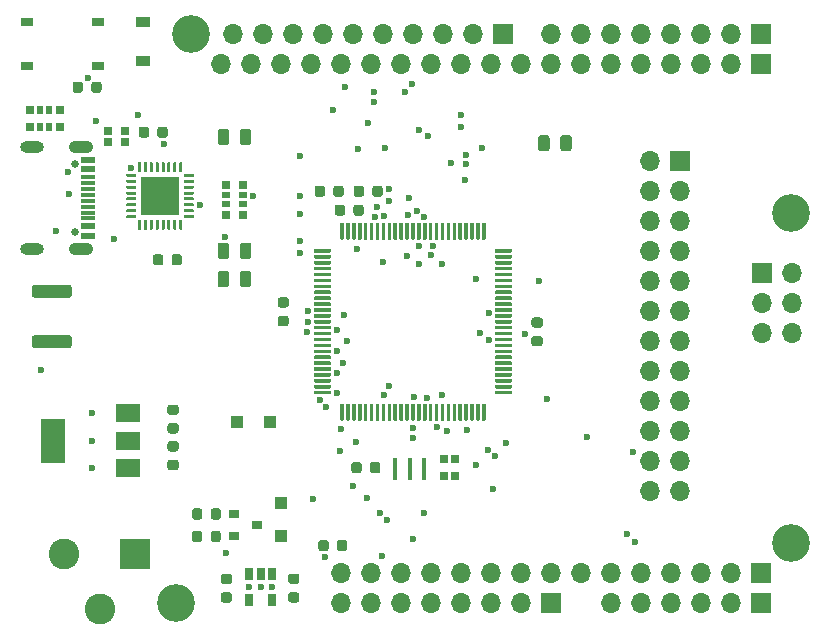
<source format=gts>
G04 #@! TF.GenerationSoftware,KiCad,Pcbnew,(5.1.6)-1*
G04 #@! TF.CreationDate,2020-08-01T00:49:33+09:00*
G04 #@! TF.ProjectId,Meno_R2,4d656e6f-5f52-4322-9e6b-696361645f70,rev?*
G04 #@! TF.SameCoordinates,PX6cf7820PY7a67730*
G04 #@! TF.FileFunction,Soldermask,Top*
G04 #@! TF.FilePolarity,Negative*
%FSLAX46Y46*%
G04 Gerber Fmt 4.6, Leading zero omitted, Abs format (unit mm)*
G04 Created by KiCad (PCBNEW (5.1.6)-1) date 2020-08-01 00:49:33*
%MOMM*%
%LPD*%
G01*
G04 APERTURE LIST*
%ADD10C,2.600000*%
%ADD11R,2.600000X2.600000*%
%ADD12R,0.640000X0.700000*%
%ADD13R,0.500000X0.700000*%
%ADD14R,0.400000X1.900000*%
%ADD15R,1.700000X1.700000*%
%ADD16O,1.700000X1.700000*%
%ADD17R,1.000000X0.700000*%
%ADD18O,2.000000X1.000000*%
%ADD19O,2.100000X1.050000*%
%ADD20C,0.650000*%
%ADD21R,1.150000X0.600000*%
%ADD22R,1.150000X0.300000*%
%ADD23C,3.200000*%
%ADD24R,2.000000X1.500000*%
%ADD25R,2.000000X3.800000*%
%ADD26R,0.700000X0.640000*%
%ADD27R,0.700000X0.500000*%
%ADD28R,3.300000X3.300000*%
%ADD29R,1.200000X0.900000*%
%ADD30R,1.100000X1.100000*%
%ADD31R,0.900000X0.800000*%
%ADD32R,0.650000X1.060000*%
%ADD33C,0.600000*%
G04 APERTURE END LIST*
D10*
X7460000Y2000000D03*
X4460000Y6700000D03*
D11*
X10460000Y6700000D03*
D12*
X4080000Y44280000D03*
D13*
X2410000Y44280000D03*
X3210000Y44280000D03*
D12*
X1540000Y44280000D03*
D13*
X3210000Y42880000D03*
D12*
X4080000Y42880000D03*
D13*
X2410000Y42880000D03*
D12*
X1540000Y42880000D03*
X37570000Y14700000D03*
X36630000Y14700000D03*
X36630000Y13300000D03*
X37570000Y13300000D03*
G36*
G01*
X26550000Y37656250D02*
X26550000Y37143750D01*
G75*
G02*
X26331250Y36925000I-218750J0D01*
G01*
X25893750Y36925000D01*
G75*
G02*
X25675000Y37143750I0J218750D01*
G01*
X25675000Y37656250D01*
G75*
G02*
X25893750Y37875000I218750J0D01*
G01*
X26331250Y37875000D01*
G75*
G02*
X26550000Y37656250I0J-218750D01*
G01*
G37*
G36*
G01*
X28125000Y37656250D02*
X28125000Y37143750D01*
G75*
G02*
X27906250Y36925000I-218750J0D01*
G01*
X27468750Y36925000D01*
G75*
G02*
X27250000Y37143750I0J218750D01*
G01*
X27250000Y37656250D01*
G75*
G02*
X27468750Y37875000I218750J0D01*
G01*
X27906250Y37875000D01*
G75*
G02*
X28125000Y37656250I0J-218750D01*
G01*
G37*
D14*
X32500000Y13900000D03*
X33700000Y13900000D03*
X34900000Y13900000D03*
D15*
X63459000Y5080000D03*
D16*
X60919000Y5080000D03*
X58379000Y5080000D03*
X55839000Y5080000D03*
X53299000Y5080000D03*
X50759000Y5080000D03*
X48219000Y5080000D03*
X45679000Y5080000D03*
X43139000Y5080000D03*
X40599000Y5080000D03*
X38059000Y5080000D03*
X35519000Y5080000D03*
X32979000Y5080000D03*
X30439000Y5080000D03*
X27899000Y5080000D03*
D15*
X63459000Y2535000D03*
D16*
X60919000Y2535000D03*
X58379000Y2535000D03*
X55839000Y2535000D03*
X53299000Y2535000D03*
X50759000Y2535000D03*
X27899000Y2535000D03*
X30439000Y2535000D03*
X32979000Y2535000D03*
X35519000Y2535000D03*
X38059000Y2535000D03*
X40599000Y2535000D03*
X43139000Y2535000D03*
D15*
X45679000Y2535000D03*
X41615000Y50754700D03*
D16*
X39075000Y50754700D03*
X36535000Y50754700D03*
X33995000Y50754700D03*
X31455000Y50754700D03*
X28915000Y50754700D03*
X26375000Y50754700D03*
X23835000Y50754700D03*
X21295000Y50754700D03*
X18755000Y50754700D03*
D15*
X63459000Y50754700D03*
D16*
X60919000Y50754700D03*
X58379000Y50754700D03*
X55839000Y50754700D03*
X53299000Y50754700D03*
X50759000Y50754700D03*
X48219000Y50754700D03*
X45679000Y50754700D03*
D15*
X63459000Y48210000D03*
D16*
X60919000Y48210000D03*
X58379000Y48210000D03*
X55839000Y48210000D03*
X53299000Y48210000D03*
X50759000Y48210000D03*
X48219000Y48210000D03*
X45679000Y48210000D03*
X43139000Y48210000D03*
X40599000Y48210000D03*
X38059000Y48210000D03*
X35519000Y48210000D03*
X32979000Y48210000D03*
X30439000Y48210000D03*
X27899000Y48210000D03*
X25359000Y48210000D03*
X22819000Y48210000D03*
X20279000Y48210000D03*
X17739000Y48210000D03*
D15*
X63585000Y30474700D03*
D16*
X66125000Y30474700D03*
X63585000Y27934700D03*
X66125000Y27934700D03*
X63585000Y25394700D03*
X66125000Y25394700D03*
D15*
X56600000Y40000000D03*
D16*
X54060000Y40000000D03*
X56600000Y37460000D03*
X54060000Y37460000D03*
X56600000Y34920000D03*
X54060000Y34920000D03*
X56600000Y32380000D03*
X54060000Y32380000D03*
X56600000Y29840000D03*
X54060000Y29840000D03*
X56600000Y27300000D03*
X54060000Y27300000D03*
X56600000Y24760000D03*
X54060000Y24760000D03*
X56600000Y22220000D03*
X54060000Y22220000D03*
X56600000Y19680000D03*
X54060000Y19680000D03*
X56600000Y17140000D03*
X54060000Y17140000D03*
X56600000Y14600000D03*
X54060000Y14600000D03*
X56600000Y12060000D03*
X54060000Y12060000D03*
D17*
X1300000Y51700000D03*
X1300000Y48000000D03*
X7300000Y51700000D03*
X7300000Y48000000D03*
G36*
G01*
X25590000Y32275000D02*
X25590000Y32425000D01*
G75*
G02*
X25665000Y32500000I75000J0D01*
G01*
X26990000Y32500000D01*
G75*
G02*
X27065000Y32425000I0J-75000D01*
G01*
X27065000Y32275000D01*
G75*
G02*
X26990000Y32200000I-75000J0D01*
G01*
X25665000Y32200000D01*
G75*
G02*
X25590000Y32275000I0J75000D01*
G01*
G37*
G36*
G01*
X25590000Y31775000D02*
X25590000Y31925000D01*
G75*
G02*
X25665000Y32000000I75000J0D01*
G01*
X26990000Y32000000D01*
G75*
G02*
X27065000Y31925000I0J-75000D01*
G01*
X27065000Y31775000D01*
G75*
G02*
X26990000Y31700000I-75000J0D01*
G01*
X25665000Y31700000D01*
G75*
G02*
X25590000Y31775000I0J75000D01*
G01*
G37*
G36*
G01*
X25590000Y31275000D02*
X25590000Y31425000D01*
G75*
G02*
X25665000Y31500000I75000J0D01*
G01*
X26990000Y31500000D01*
G75*
G02*
X27065000Y31425000I0J-75000D01*
G01*
X27065000Y31275000D01*
G75*
G02*
X26990000Y31200000I-75000J0D01*
G01*
X25665000Y31200000D01*
G75*
G02*
X25590000Y31275000I0J75000D01*
G01*
G37*
G36*
G01*
X25590000Y30775000D02*
X25590000Y30925000D01*
G75*
G02*
X25665000Y31000000I75000J0D01*
G01*
X26990000Y31000000D01*
G75*
G02*
X27065000Y30925000I0J-75000D01*
G01*
X27065000Y30775000D01*
G75*
G02*
X26990000Y30700000I-75000J0D01*
G01*
X25665000Y30700000D01*
G75*
G02*
X25590000Y30775000I0J75000D01*
G01*
G37*
G36*
G01*
X25590000Y30275000D02*
X25590000Y30425000D01*
G75*
G02*
X25665000Y30500000I75000J0D01*
G01*
X26990000Y30500000D01*
G75*
G02*
X27065000Y30425000I0J-75000D01*
G01*
X27065000Y30275000D01*
G75*
G02*
X26990000Y30200000I-75000J0D01*
G01*
X25665000Y30200000D01*
G75*
G02*
X25590000Y30275000I0J75000D01*
G01*
G37*
G36*
G01*
X25590000Y29775000D02*
X25590000Y29925000D01*
G75*
G02*
X25665000Y30000000I75000J0D01*
G01*
X26990000Y30000000D01*
G75*
G02*
X27065000Y29925000I0J-75000D01*
G01*
X27065000Y29775000D01*
G75*
G02*
X26990000Y29700000I-75000J0D01*
G01*
X25665000Y29700000D01*
G75*
G02*
X25590000Y29775000I0J75000D01*
G01*
G37*
G36*
G01*
X25590000Y29275000D02*
X25590000Y29425000D01*
G75*
G02*
X25665000Y29500000I75000J0D01*
G01*
X26990000Y29500000D01*
G75*
G02*
X27065000Y29425000I0J-75000D01*
G01*
X27065000Y29275000D01*
G75*
G02*
X26990000Y29200000I-75000J0D01*
G01*
X25665000Y29200000D01*
G75*
G02*
X25590000Y29275000I0J75000D01*
G01*
G37*
G36*
G01*
X25590000Y28775000D02*
X25590000Y28925000D01*
G75*
G02*
X25665000Y29000000I75000J0D01*
G01*
X26990000Y29000000D01*
G75*
G02*
X27065000Y28925000I0J-75000D01*
G01*
X27065000Y28775000D01*
G75*
G02*
X26990000Y28700000I-75000J0D01*
G01*
X25665000Y28700000D01*
G75*
G02*
X25590000Y28775000I0J75000D01*
G01*
G37*
G36*
G01*
X25590000Y28275000D02*
X25590000Y28425000D01*
G75*
G02*
X25665000Y28500000I75000J0D01*
G01*
X26990000Y28500000D01*
G75*
G02*
X27065000Y28425000I0J-75000D01*
G01*
X27065000Y28275000D01*
G75*
G02*
X26990000Y28200000I-75000J0D01*
G01*
X25665000Y28200000D01*
G75*
G02*
X25590000Y28275000I0J75000D01*
G01*
G37*
G36*
G01*
X25590000Y27775000D02*
X25590000Y27925000D01*
G75*
G02*
X25665000Y28000000I75000J0D01*
G01*
X26990000Y28000000D01*
G75*
G02*
X27065000Y27925000I0J-75000D01*
G01*
X27065000Y27775000D01*
G75*
G02*
X26990000Y27700000I-75000J0D01*
G01*
X25665000Y27700000D01*
G75*
G02*
X25590000Y27775000I0J75000D01*
G01*
G37*
G36*
G01*
X25590000Y27275000D02*
X25590000Y27425000D01*
G75*
G02*
X25665000Y27500000I75000J0D01*
G01*
X26990000Y27500000D01*
G75*
G02*
X27065000Y27425000I0J-75000D01*
G01*
X27065000Y27275000D01*
G75*
G02*
X26990000Y27200000I-75000J0D01*
G01*
X25665000Y27200000D01*
G75*
G02*
X25590000Y27275000I0J75000D01*
G01*
G37*
G36*
G01*
X25590000Y26775000D02*
X25590000Y26925000D01*
G75*
G02*
X25665000Y27000000I75000J0D01*
G01*
X26990000Y27000000D01*
G75*
G02*
X27065000Y26925000I0J-75000D01*
G01*
X27065000Y26775000D01*
G75*
G02*
X26990000Y26700000I-75000J0D01*
G01*
X25665000Y26700000D01*
G75*
G02*
X25590000Y26775000I0J75000D01*
G01*
G37*
G36*
G01*
X25590000Y26275000D02*
X25590000Y26425000D01*
G75*
G02*
X25665000Y26500000I75000J0D01*
G01*
X26990000Y26500000D01*
G75*
G02*
X27065000Y26425000I0J-75000D01*
G01*
X27065000Y26275000D01*
G75*
G02*
X26990000Y26200000I-75000J0D01*
G01*
X25665000Y26200000D01*
G75*
G02*
X25590000Y26275000I0J75000D01*
G01*
G37*
G36*
G01*
X25590000Y25775000D02*
X25590000Y25925000D01*
G75*
G02*
X25665000Y26000000I75000J0D01*
G01*
X26990000Y26000000D01*
G75*
G02*
X27065000Y25925000I0J-75000D01*
G01*
X27065000Y25775000D01*
G75*
G02*
X26990000Y25700000I-75000J0D01*
G01*
X25665000Y25700000D01*
G75*
G02*
X25590000Y25775000I0J75000D01*
G01*
G37*
G36*
G01*
X25590000Y25275000D02*
X25590000Y25425000D01*
G75*
G02*
X25665000Y25500000I75000J0D01*
G01*
X26990000Y25500000D01*
G75*
G02*
X27065000Y25425000I0J-75000D01*
G01*
X27065000Y25275000D01*
G75*
G02*
X26990000Y25200000I-75000J0D01*
G01*
X25665000Y25200000D01*
G75*
G02*
X25590000Y25275000I0J75000D01*
G01*
G37*
G36*
G01*
X25590000Y24775000D02*
X25590000Y24925000D01*
G75*
G02*
X25665000Y25000000I75000J0D01*
G01*
X26990000Y25000000D01*
G75*
G02*
X27065000Y24925000I0J-75000D01*
G01*
X27065000Y24775000D01*
G75*
G02*
X26990000Y24700000I-75000J0D01*
G01*
X25665000Y24700000D01*
G75*
G02*
X25590000Y24775000I0J75000D01*
G01*
G37*
G36*
G01*
X25590000Y24275000D02*
X25590000Y24425000D01*
G75*
G02*
X25665000Y24500000I75000J0D01*
G01*
X26990000Y24500000D01*
G75*
G02*
X27065000Y24425000I0J-75000D01*
G01*
X27065000Y24275000D01*
G75*
G02*
X26990000Y24200000I-75000J0D01*
G01*
X25665000Y24200000D01*
G75*
G02*
X25590000Y24275000I0J75000D01*
G01*
G37*
G36*
G01*
X25590000Y23775000D02*
X25590000Y23925000D01*
G75*
G02*
X25665000Y24000000I75000J0D01*
G01*
X26990000Y24000000D01*
G75*
G02*
X27065000Y23925000I0J-75000D01*
G01*
X27065000Y23775000D01*
G75*
G02*
X26990000Y23700000I-75000J0D01*
G01*
X25665000Y23700000D01*
G75*
G02*
X25590000Y23775000I0J75000D01*
G01*
G37*
G36*
G01*
X25590000Y23275000D02*
X25590000Y23425000D01*
G75*
G02*
X25665000Y23500000I75000J0D01*
G01*
X26990000Y23500000D01*
G75*
G02*
X27065000Y23425000I0J-75000D01*
G01*
X27065000Y23275000D01*
G75*
G02*
X26990000Y23200000I-75000J0D01*
G01*
X25665000Y23200000D01*
G75*
G02*
X25590000Y23275000I0J75000D01*
G01*
G37*
G36*
G01*
X25590000Y22775000D02*
X25590000Y22925000D01*
G75*
G02*
X25665000Y23000000I75000J0D01*
G01*
X26990000Y23000000D01*
G75*
G02*
X27065000Y22925000I0J-75000D01*
G01*
X27065000Y22775000D01*
G75*
G02*
X26990000Y22700000I-75000J0D01*
G01*
X25665000Y22700000D01*
G75*
G02*
X25590000Y22775000I0J75000D01*
G01*
G37*
G36*
G01*
X25590000Y22275000D02*
X25590000Y22425000D01*
G75*
G02*
X25665000Y22500000I75000J0D01*
G01*
X26990000Y22500000D01*
G75*
G02*
X27065000Y22425000I0J-75000D01*
G01*
X27065000Y22275000D01*
G75*
G02*
X26990000Y22200000I-75000J0D01*
G01*
X25665000Y22200000D01*
G75*
G02*
X25590000Y22275000I0J75000D01*
G01*
G37*
G36*
G01*
X25590000Y21775000D02*
X25590000Y21925000D01*
G75*
G02*
X25665000Y22000000I75000J0D01*
G01*
X26990000Y22000000D01*
G75*
G02*
X27065000Y21925000I0J-75000D01*
G01*
X27065000Y21775000D01*
G75*
G02*
X26990000Y21700000I-75000J0D01*
G01*
X25665000Y21700000D01*
G75*
G02*
X25590000Y21775000I0J75000D01*
G01*
G37*
G36*
G01*
X25590000Y21275000D02*
X25590000Y21425000D01*
G75*
G02*
X25665000Y21500000I75000J0D01*
G01*
X26990000Y21500000D01*
G75*
G02*
X27065000Y21425000I0J-75000D01*
G01*
X27065000Y21275000D01*
G75*
G02*
X26990000Y21200000I-75000J0D01*
G01*
X25665000Y21200000D01*
G75*
G02*
X25590000Y21275000I0J75000D01*
G01*
G37*
G36*
G01*
X25590000Y20775000D02*
X25590000Y20925000D01*
G75*
G02*
X25665000Y21000000I75000J0D01*
G01*
X26990000Y21000000D01*
G75*
G02*
X27065000Y20925000I0J-75000D01*
G01*
X27065000Y20775000D01*
G75*
G02*
X26990000Y20700000I-75000J0D01*
G01*
X25665000Y20700000D01*
G75*
G02*
X25590000Y20775000I0J75000D01*
G01*
G37*
G36*
G01*
X25590000Y20275000D02*
X25590000Y20425000D01*
G75*
G02*
X25665000Y20500000I75000J0D01*
G01*
X26990000Y20500000D01*
G75*
G02*
X27065000Y20425000I0J-75000D01*
G01*
X27065000Y20275000D01*
G75*
G02*
X26990000Y20200000I-75000J0D01*
G01*
X25665000Y20200000D01*
G75*
G02*
X25590000Y20275000I0J75000D01*
G01*
G37*
G36*
G01*
X27840000Y18025000D02*
X27840000Y19350000D01*
G75*
G02*
X27915000Y19425000I75000J0D01*
G01*
X28065000Y19425000D01*
G75*
G02*
X28140000Y19350000I0J-75000D01*
G01*
X28140000Y18025000D01*
G75*
G02*
X28065000Y17950000I-75000J0D01*
G01*
X27915000Y17950000D01*
G75*
G02*
X27840000Y18025000I0J75000D01*
G01*
G37*
G36*
G01*
X28340000Y18025000D02*
X28340000Y19350000D01*
G75*
G02*
X28415000Y19425000I75000J0D01*
G01*
X28565000Y19425000D01*
G75*
G02*
X28640000Y19350000I0J-75000D01*
G01*
X28640000Y18025000D01*
G75*
G02*
X28565000Y17950000I-75000J0D01*
G01*
X28415000Y17950000D01*
G75*
G02*
X28340000Y18025000I0J75000D01*
G01*
G37*
G36*
G01*
X28840000Y18025000D02*
X28840000Y19350000D01*
G75*
G02*
X28915000Y19425000I75000J0D01*
G01*
X29065000Y19425000D01*
G75*
G02*
X29140000Y19350000I0J-75000D01*
G01*
X29140000Y18025000D01*
G75*
G02*
X29065000Y17950000I-75000J0D01*
G01*
X28915000Y17950000D01*
G75*
G02*
X28840000Y18025000I0J75000D01*
G01*
G37*
G36*
G01*
X29340000Y18025000D02*
X29340000Y19350000D01*
G75*
G02*
X29415000Y19425000I75000J0D01*
G01*
X29565000Y19425000D01*
G75*
G02*
X29640000Y19350000I0J-75000D01*
G01*
X29640000Y18025000D01*
G75*
G02*
X29565000Y17950000I-75000J0D01*
G01*
X29415000Y17950000D01*
G75*
G02*
X29340000Y18025000I0J75000D01*
G01*
G37*
G36*
G01*
X29840000Y18025000D02*
X29840000Y19350000D01*
G75*
G02*
X29915000Y19425000I75000J0D01*
G01*
X30065000Y19425000D01*
G75*
G02*
X30140000Y19350000I0J-75000D01*
G01*
X30140000Y18025000D01*
G75*
G02*
X30065000Y17950000I-75000J0D01*
G01*
X29915000Y17950000D01*
G75*
G02*
X29840000Y18025000I0J75000D01*
G01*
G37*
G36*
G01*
X30340000Y18025000D02*
X30340000Y19350000D01*
G75*
G02*
X30415000Y19425000I75000J0D01*
G01*
X30565000Y19425000D01*
G75*
G02*
X30640000Y19350000I0J-75000D01*
G01*
X30640000Y18025000D01*
G75*
G02*
X30565000Y17950000I-75000J0D01*
G01*
X30415000Y17950000D01*
G75*
G02*
X30340000Y18025000I0J75000D01*
G01*
G37*
G36*
G01*
X30840000Y18025000D02*
X30840000Y19350000D01*
G75*
G02*
X30915000Y19425000I75000J0D01*
G01*
X31065000Y19425000D01*
G75*
G02*
X31140000Y19350000I0J-75000D01*
G01*
X31140000Y18025000D01*
G75*
G02*
X31065000Y17950000I-75000J0D01*
G01*
X30915000Y17950000D01*
G75*
G02*
X30840000Y18025000I0J75000D01*
G01*
G37*
G36*
G01*
X31340000Y18025000D02*
X31340000Y19350000D01*
G75*
G02*
X31415000Y19425000I75000J0D01*
G01*
X31565000Y19425000D01*
G75*
G02*
X31640000Y19350000I0J-75000D01*
G01*
X31640000Y18025000D01*
G75*
G02*
X31565000Y17950000I-75000J0D01*
G01*
X31415000Y17950000D01*
G75*
G02*
X31340000Y18025000I0J75000D01*
G01*
G37*
G36*
G01*
X31840000Y18025000D02*
X31840000Y19350000D01*
G75*
G02*
X31915000Y19425000I75000J0D01*
G01*
X32065000Y19425000D01*
G75*
G02*
X32140000Y19350000I0J-75000D01*
G01*
X32140000Y18025000D01*
G75*
G02*
X32065000Y17950000I-75000J0D01*
G01*
X31915000Y17950000D01*
G75*
G02*
X31840000Y18025000I0J75000D01*
G01*
G37*
G36*
G01*
X32340000Y18025000D02*
X32340000Y19350000D01*
G75*
G02*
X32415000Y19425000I75000J0D01*
G01*
X32565000Y19425000D01*
G75*
G02*
X32640000Y19350000I0J-75000D01*
G01*
X32640000Y18025000D01*
G75*
G02*
X32565000Y17950000I-75000J0D01*
G01*
X32415000Y17950000D01*
G75*
G02*
X32340000Y18025000I0J75000D01*
G01*
G37*
G36*
G01*
X32840000Y18025000D02*
X32840000Y19350000D01*
G75*
G02*
X32915000Y19425000I75000J0D01*
G01*
X33065000Y19425000D01*
G75*
G02*
X33140000Y19350000I0J-75000D01*
G01*
X33140000Y18025000D01*
G75*
G02*
X33065000Y17950000I-75000J0D01*
G01*
X32915000Y17950000D01*
G75*
G02*
X32840000Y18025000I0J75000D01*
G01*
G37*
G36*
G01*
X33340000Y18025000D02*
X33340000Y19350000D01*
G75*
G02*
X33415000Y19425000I75000J0D01*
G01*
X33565000Y19425000D01*
G75*
G02*
X33640000Y19350000I0J-75000D01*
G01*
X33640000Y18025000D01*
G75*
G02*
X33565000Y17950000I-75000J0D01*
G01*
X33415000Y17950000D01*
G75*
G02*
X33340000Y18025000I0J75000D01*
G01*
G37*
G36*
G01*
X33840000Y18025000D02*
X33840000Y19350000D01*
G75*
G02*
X33915000Y19425000I75000J0D01*
G01*
X34065000Y19425000D01*
G75*
G02*
X34140000Y19350000I0J-75000D01*
G01*
X34140000Y18025000D01*
G75*
G02*
X34065000Y17950000I-75000J0D01*
G01*
X33915000Y17950000D01*
G75*
G02*
X33840000Y18025000I0J75000D01*
G01*
G37*
G36*
G01*
X34340000Y18025000D02*
X34340000Y19350000D01*
G75*
G02*
X34415000Y19425000I75000J0D01*
G01*
X34565000Y19425000D01*
G75*
G02*
X34640000Y19350000I0J-75000D01*
G01*
X34640000Y18025000D01*
G75*
G02*
X34565000Y17950000I-75000J0D01*
G01*
X34415000Y17950000D01*
G75*
G02*
X34340000Y18025000I0J75000D01*
G01*
G37*
G36*
G01*
X34840000Y18025000D02*
X34840000Y19350000D01*
G75*
G02*
X34915000Y19425000I75000J0D01*
G01*
X35065000Y19425000D01*
G75*
G02*
X35140000Y19350000I0J-75000D01*
G01*
X35140000Y18025000D01*
G75*
G02*
X35065000Y17950000I-75000J0D01*
G01*
X34915000Y17950000D01*
G75*
G02*
X34840000Y18025000I0J75000D01*
G01*
G37*
G36*
G01*
X35340000Y18025000D02*
X35340000Y19350000D01*
G75*
G02*
X35415000Y19425000I75000J0D01*
G01*
X35565000Y19425000D01*
G75*
G02*
X35640000Y19350000I0J-75000D01*
G01*
X35640000Y18025000D01*
G75*
G02*
X35565000Y17950000I-75000J0D01*
G01*
X35415000Y17950000D01*
G75*
G02*
X35340000Y18025000I0J75000D01*
G01*
G37*
G36*
G01*
X35840000Y18025000D02*
X35840000Y19350000D01*
G75*
G02*
X35915000Y19425000I75000J0D01*
G01*
X36065000Y19425000D01*
G75*
G02*
X36140000Y19350000I0J-75000D01*
G01*
X36140000Y18025000D01*
G75*
G02*
X36065000Y17950000I-75000J0D01*
G01*
X35915000Y17950000D01*
G75*
G02*
X35840000Y18025000I0J75000D01*
G01*
G37*
G36*
G01*
X36340000Y18025000D02*
X36340000Y19350000D01*
G75*
G02*
X36415000Y19425000I75000J0D01*
G01*
X36565000Y19425000D01*
G75*
G02*
X36640000Y19350000I0J-75000D01*
G01*
X36640000Y18025000D01*
G75*
G02*
X36565000Y17950000I-75000J0D01*
G01*
X36415000Y17950000D01*
G75*
G02*
X36340000Y18025000I0J75000D01*
G01*
G37*
G36*
G01*
X36840000Y18025000D02*
X36840000Y19350000D01*
G75*
G02*
X36915000Y19425000I75000J0D01*
G01*
X37065000Y19425000D01*
G75*
G02*
X37140000Y19350000I0J-75000D01*
G01*
X37140000Y18025000D01*
G75*
G02*
X37065000Y17950000I-75000J0D01*
G01*
X36915000Y17950000D01*
G75*
G02*
X36840000Y18025000I0J75000D01*
G01*
G37*
G36*
G01*
X37340000Y18025000D02*
X37340000Y19350000D01*
G75*
G02*
X37415000Y19425000I75000J0D01*
G01*
X37565000Y19425000D01*
G75*
G02*
X37640000Y19350000I0J-75000D01*
G01*
X37640000Y18025000D01*
G75*
G02*
X37565000Y17950000I-75000J0D01*
G01*
X37415000Y17950000D01*
G75*
G02*
X37340000Y18025000I0J75000D01*
G01*
G37*
G36*
G01*
X37840000Y18025000D02*
X37840000Y19350000D01*
G75*
G02*
X37915000Y19425000I75000J0D01*
G01*
X38065000Y19425000D01*
G75*
G02*
X38140000Y19350000I0J-75000D01*
G01*
X38140000Y18025000D01*
G75*
G02*
X38065000Y17950000I-75000J0D01*
G01*
X37915000Y17950000D01*
G75*
G02*
X37840000Y18025000I0J75000D01*
G01*
G37*
G36*
G01*
X38340000Y18025000D02*
X38340000Y19350000D01*
G75*
G02*
X38415000Y19425000I75000J0D01*
G01*
X38565000Y19425000D01*
G75*
G02*
X38640000Y19350000I0J-75000D01*
G01*
X38640000Y18025000D01*
G75*
G02*
X38565000Y17950000I-75000J0D01*
G01*
X38415000Y17950000D01*
G75*
G02*
X38340000Y18025000I0J75000D01*
G01*
G37*
G36*
G01*
X38840000Y18025000D02*
X38840000Y19350000D01*
G75*
G02*
X38915000Y19425000I75000J0D01*
G01*
X39065000Y19425000D01*
G75*
G02*
X39140000Y19350000I0J-75000D01*
G01*
X39140000Y18025000D01*
G75*
G02*
X39065000Y17950000I-75000J0D01*
G01*
X38915000Y17950000D01*
G75*
G02*
X38840000Y18025000I0J75000D01*
G01*
G37*
G36*
G01*
X39340000Y18025000D02*
X39340000Y19350000D01*
G75*
G02*
X39415000Y19425000I75000J0D01*
G01*
X39565000Y19425000D01*
G75*
G02*
X39640000Y19350000I0J-75000D01*
G01*
X39640000Y18025000D01*
G75*
G02*
X39565000Y17950000I-75000J0D01*
G01*
X39415000Y17950000D01*
G75*
G02*
X39340000Y18025000I0J75000D01*
G01*
G37*
G36*
G01*
X39840000Y18025000D02*
X39840000Y19350000D01*
G75*
G02*
X39915000Y19425000I75000J0D01*
G01*
X40065000Y19425000D01*
G75*
G02*
X40140000Y19350000I0J-75000D01*
G01*
X40140000Y18025000D01*
G75*
G02*
X40065000Y17950000I-75000J0D01*
G01*
X39915000Y17950000D01*
G75*
G02*
X39840000Y18025000I0J75000D01*
G01*
G37*
G36*
G01*
X40915000Y20275000D02*
X40915000Y20425000D01*
G75*
G02*
X40990000Y20500000I75000J0D01*
G01*
X42315000Y20500000D01*
G75*
G02*
X42390000Y20425000I0J-75000D01*
G01*
X42390000Y20275000D01*
G75*
G02*
X42315000Y20200000I-75000J0D01*
G01*
X40990000Y20200000D01*
G75*
G02*
X40915000Y20275000I0J75000D01*
G01*
G37*
G36*
G01*
X40915000Y20775000D02*
X40915000Y20925000D01*
G75*
G02*
X40990000Y21000000I75000J0D01*
G01*
X42315000Y21000000D01*
G75*
G02*
X42390000Y20925000I0J-75000D01*
G01*
X42390000Y20775000D01*
G75*
G02*
X42315000Y20700000I-75000J0D01*
G01*
X40990000Y20700000D01*
G75*
G02*
X40915000Y20775000I0J75000D01*
G01*
G37*
G36*
G01*
X40915000Y21275000D02*
X40915000Y21425000D01*
G75*
G02*
X40990000Y21500000I75000J0D01*
G01*
X42315000Y21500000D01*
G75*
G02*
X42390000Y21425000I0J-75000D01*
G01*
X42390000Y21275000D01*
G75*
G02*
X42315000Y21200000I-75000J0D01*
G01*
X40990000Y21200000D01*
G75*
G02*
X40915000Y21275000I0J75000D01*
G01*
G37*
G36*
G01*
X40915000Y21775000D02*
X40915000Y21925000D01*
G75*
G02*
X40990000Y22000000I75000J0D01*
G01*
X42315000Y22000000D01*
G75*
G02*
X42390000Y21925000I0J-75000D01*
G01*
X42390000Y21775000D01*
G75*
G02*
X42315000Y21700000I-75000J0D01*
G01*
X40990000Y21700000D01*
G75*
G02*
X40915000Y21775000I0J75000D01*
G01*
G37*
G36*
G01*
X40915000Y22275000D02*
X40915000Y22425000D01*
G75*
G02*
X40990000Y22500000I75000J0D01*
G01*
X42315000Y22500000D01*
G75*
G02*
X42390000Y22425000I0J-75000D01*
G01*
X42390000Y22275000D01*
G75*
G02*
X42315000Y22200000I-75000J0D01*
G01*
X40990000Y22200000D01*
G75*
G02*
X40915000Y22275000I0J75000D01*
G01*
G37*
G36*
G01*
X40915000Y22775000D02*
X40915000Y22925000D01*
G75*
G02*
X40990000Y23000000I75000J0D01*
G01*
X42315000Y23000000D01*
G75*
G02*
X42390000Y22925000I0J-75000D01*
G01*
X42390000Y22775000D01*
G75*
G02*
X42315000Y22700000I-75000J0D01*
G01*
X40990000Y22700000D01*
G75*
G02*
X40915000Y22775000I0J75000D01*
G01*
G37*
G36*
G01*
X40915000Y23275000D02*
X40915000Y23425000D01*
G75*
G02*
X40990000Y23500000I75000J0D01*
G01*
X42315000Y23500000D01*
G75*
G02*
X42390000Y23425000I0J-75000D01*
G01*
X42390000Y23275000D01*
G75*
G02*
X42315000Y23200000I-75000J0D01*
G01*
X40990000Y23200000D01*
G75*
G02*
X40915000Y23275000I0J75000D01*
G01*
G37*
G36*
G01*
X40915000Y23775000D02*
X40915000Y23925000D01*
G75*
G02*
X40990000Y24000000I75000J0D01*
G01*
X42315000Y24000000D01*
G75*
G02*
X42390000Y23925000I0J-75000D01*
G01*
X42390000Y23775000D01*
G75*
G02*
X42315000Y23700000I-75000J0D01*
G01*
X40990000Y23700000D01*
G75*
G02*
X40915000Y23775000I0J75000D01*
G01*
G37*
G36*
G01*
X40915000Y24275000D02*
X40915000Y24425000D01*
G75*
G02*
X40990000Y24500000I75000J0D01*
G01*
X42315000Y24500000D01*
G75*
G02*
X42390000Y24425000I0J-75000D01*
G01*
X42390000Y24275000D01*
G75*
G02*
X42315000Y24200000I-75000J0D01*
G01*
X40990000Y24200000D01*
G75*
G02*
X40915000Y24275000I0J75000D01*
G01*
G37*
G36*
G01*
X40915000Y24775000D02*
X40915000Y24925000D01*
G75*
G02*
X40990000Y25000000I75000J0D01*
G01*
X42315000Y25000000D01*
G75*
G02*
X42390000Y24925000I0J-75000D01*
G01*
X42390000Y24775000D01*
G75*
G02*
X42315000Y24700000I-75000J0D01*
G01*
X40990000Y24700000D01*
G75*
G02*
X40915000Y24775000I0J75000D01*
G01*
G37*
G36*
G01*
X40915000Y25275000D02*
X40915000Y25425000D01*
G75*
G02*
X40990000Y25500000I75000J0D01*
G01*
X42315000Y25500000D01*
G75*
G02*
X42390000Y25425000I0J-75000D01*
G01*
X42390000Y25275000D01*
G75*
G02*
X42315000Y25200000I-75000J0D01*
G01*
X40990000Y25200000D01*
G75*
G02*
X40915000Y25275000I0J75000D01*
G01*
G37*
G36*
G01*
X40915000Y25775000D02*
X40915000Y25925000D01*
G75*
G02*
X40990000Y26000000I75000J0D01*
G01*
X42315000Y26000000D01*
G75*
G02*
X42390000Y25925000I0J-75000D01*
G01*
X42390000Y25775000D01*
G75*
G02*
X42315000Y25700000I-75000J0D01*
G01*
X40990000Y25700000D01*
G75*
G02*
X40915000Y25775000I0J75000D01*
G01*
G37*
G36*
G01*
X40915000Y26275000D02*
X40915000Y26425000D01*
G75*
G02*
X40990000Y26500000I75000J0D01*
G01*
X42315000Y26500000D01*
G75*
G02*
X42390000Y26425000I0J-75000D01*
G01*
X42390000Y26275000D01*
G75*
G02*
X42315000Y26200000I-75000J0D01*
G01*
X40990000Y26200000D01*
G75*
G02*
X40915000Y26275000I0J75000D01*
G01*
G37*
G36*
G01*
X40915000Y26775000D02*
X40915000Y26925000D01*
G75*
G02*
X40990000Y27000000I75000J0D01*
G01*
X42315000Y27000000D01*
G75*
G02*
X42390000Y26925000I0J-75000D01*
G01*
X42390000Y26775000D01*
G75*
G02*
X42315000Y26700000I-75000J0D01*
G01*
X40990000Y26700000D01*
G75*
G02*
X40915000Y26775000I0J75000D01*
G01*
G37*
G36*
G01*
X40915000Y27275000D02*
X40915000Y27425000D01*
G75*
G02*
X40990000Y27500000I75000J0D01*
G01*
X42315000Y27500000D01*
G75*
G02*
X42390000Y27425000I0J-75000D01*
G01*
X42390000Y27275000D01*
G75*
G02*
X42315000Y27200000I-75000J0D01*
G01*
X40990000Y27200000D01*
G75*
G02*
X40915000Y27275000I0J75000D01*
G01*
G37*
G36*
G01*
X40915000Y27775000D02*
X40915000Y27925000D01*
G75*
G02*
X40990000Y28000000I75000J0D01*
G01*
X42315000Y28000000D01*
G75*
G02*
X42390000Y27925000I0J-75000D01*
G01*
X42390000Y27775000D01*
G75*
G02*
X42315000Y27700000I-75000J0D01*
G01*
X40990000Y27700000D01*
G75*
G02*
X40915000Y27775000I0J75000D01*
G01*
G37*
G36*
G01*
X40915000Y28275000D02*
X40915000Y28425000D01*
G75*
G02*
X40990000Y28500000I75000J0D01*
G01*
X42315000Y28500000D01*
G75*
G02*
X42390000Y28425000I0J-75000D01*
G01*
X42390000Y28275000D01*
G75*
G02*
X42315000Y28200000I-75000J0D01*
G01*
X40990000Y28200000D01*
G75*
G02*
X40915000Y28275000I0J75000D01*
G01*
G37*
G36*
G01*
X40915000Y28775000D02*
X40915000Y28925000D01*
G75*
G02*
X40990000Y29000000I75000J0D01*
G01*
X42315000Y29000000D01*
G75*
G02*
X42390000Y28925000I0J-75000D01*
G01*
X42390000Y28775000D01*
G75*
G02*
X42315000Y28700000I-75000J0D01*
G01*
X40990000Y28700000D01*
G75*
G02*
X40915000Y28775000I0J75000D01*
G01*
G37*
G36*
G01*
X40915000Y29275000D02*
X40915000Y29425000D01*
G75*
G02*
X40990000Y29500000I75000J0D01*
G01*
X42315000Y29500000D01*
G75*
G02*
X42390000Y29425000I0J-75000D01*
G01*
X42390000Y29275000D01*
G75*
G02*
X42315000Y29200000I-75000J0D01*
G01*
X40990000Y29200000D01*
G75*
G02*
X40915000Y29275000I0J75000D01*
G01*
G37*
G36*
G01*
X40915000Y29775000D02*
X40915000Y29925000D01*
G75*
G02*
X40990000Y30000000I75000J0D01*
G01*
X42315000Y30000000D01*
G75*
G02*
X42390000Y29925000I0J-75000D01*
G01*
X42390000Y29775000D01*
G75*
G02*
X42315000Y29700000I-75000J0D01*
G01*
X40990000Y29700000D01*
G75*
G02*
X40915000Y29775000I0J75000D01*
G01*
G37*
G36*
G01*
X40915000Y30275000D02*
X40915000Y30425000D01*
G75*
G02*
X40990000Y30500000I75000J0D01*
G01*
X42315000Y30500000D01*
G75*
G02*
X42390000Y30425000I0J-75000D01*
G01*
X42390000Y30275000D01*
G75*
G02*
X42315000Y30200000I-75000J0D01*
G01*
X40990000Y30200000D01*
G75*
G02*
X40915000Y30275000I0J75000D01*
G01*
G37*
G36*
G01*
X40915000Y30775000D02*
X40915000Y30925000D01*
G75*
G02*
X40990000Y31000000I75000J0D01*
G01*
X42315000Y31000000D01*
G75*
G02*
X42390000Y30925000I0J-75000D01*
G01*
X42390000Y30775000D01*
G75*
G02*
X42315000Y30700000I-75000J0D01*
G01*
X40990000Y30700000D01*
G75*
G02*
X40915000Y30775000I0J75000D01*
G01*
G37*
G36*
G01*
X40915000Y31275000D02*
X40915000Y31425000D01*
G75*
G02*
X40990000Y31500000I75000J0D01*
G01*
X42315000Y31500000D01*
G75*
G02*
X42390000Y31425000I0J-75000D01*
G01*
X42390000Y31275000D01*
G75*
G02*
X42315000Y31200000I-75000J0D01*
G01*
X40990000Y31200000D01*
G75*
G02*
X40915000Y31275000I0J75000D01*
G01*
G37*
G36*
G01*
X40915000Y31775000D02*
X40915000Y31925000D01*
G75*
G02*
X40990000Y32000000I75000J0D01*
G01*
X42315000Y32000000D01*
G75*
G02*
X42390000Y31925000I0J-75000D01*
G01*
X42390000Y31775000D01*
G75*
G02*
X42315000Y31700000I-75000J0D01*
G01*
X40990000Y31700000D01*
G75*
G02*
X40915000Y31775000I0J75000D01*
G01*
G37*
G36*
G01*
X40915000Y32275000D02*
X40915000Y32425000D01*
G75*
G02*
X40990000Y32500000I75000J0D01*
G01*
X42315000Y32500000D01*
G75*
G02*
X42390000Y32425000I0J-75000D01*
G01*
X42390000Y32275000D01*
G75*
G02*
X42315000Y32200000I-75000J0D01*
G01*
X40990000Y32200000D01*
G75*
G02*
X40915000Y32275000I0J75000D01*
G01*
G37*
G36*
G01*
X39840000Y33350000D02*
X39840000Y34675000D01*
G75*
G02*
X39915000Y34750000I75000J0D01*
G01*
X40065000Y34750000D01*
G75*
G02*
X40140000Y34675000I0J-75000D01*
G01*
X40140000Y33350000D01*
G75*
G02*
X40065000Y33275000I-75000J0D01*
G01*
X39915000Y33275000D01*
G75*
G02*
X39840000Y33350000I0J75000D01*
G01*
G37*
G36*
G01*
X39340000Y33350000D02*
X39340000Y34675000D01*
G75*
G02*
X39415000Y34750000I75000J0D01*
G01*
X39565000Y34750000D01*
G75*
G02*
X39640000Y34675000I0J-75000D01*
G01*
X39640000Y33350000D01*
G75*
G02*
X39565000Y33275000I-75000J0D01*
G01*
X39415000Y33275000D01*
G75*
G02*
X39340000Y33350000I0J75000D01*
G01*
G37*
G36*
G01*
X38840000Y33350000D02*
X38840000Y34675000D01*
G75*
G02*
X38915000Y34750000I75000J0D01*
G01*
X39065000Y34750000D01*
G75*
G02*
X39140000Y34675000I0J-75000D01*
G01*
X39140000Y33350000D01*
G75*
G02*
X39065000Y33275000I-75000J0D01*
G01*
X38915000Y33275000D01*
G75*
G02*
X38840000Y33350000I0J75000D01*
G01*
G37*
G36*
G01*
X38340000Y33350000D02*
X38340000Y34675000D01*
G75*
G02*
X38415000Y34750000I75000J0D01*
G01*
X38565000Y34750000D01*
G75*
G02*
X38640000Y34675000I0J-75000D01*
G01*
X38640000Y33350000D01*
G75*
G02*
X38565000Y33275000I-75000J0D01*
G01*
X38415000Y33275000D01*
G75*
G02*
X38340000Y33350000I0J75000D01*
G01*
G37*
G36*
G01*
X37840000Y33350000D02*
X37840000Y34675000D01*
G75*
G02*
X37915000Y34750000I75000J0D01*
G01*
X38065000Y34750000D01*
G75*
G02*
X38140000Y34675000I0J-75000D01*
G01*
X38140000Y33350000D01*
G75*
G02*
X38065000Y33275000I-75000J0D01*
G01*
X37915000Y33275000D01*
G75*
G02*
X37840000Y33350000I0J75000D01*
G01*
G37*
G36*
G01*
X37340000Y33350000D02*
X37340000Y34675000D01*
G75*
G02*
X37415000Y34750000I75000J0D01*
G01*
X37565000Y34750000D01*
G75*
G02*
X37640000Y34675000I0J-75000D01*
G01*
X37640000Y33350000D01*
G75*
G02*
X37565000Y33275000I-75000J0D01*
G01*
X37415000Y33275000D01*
G75*
G02*
X37340000Y33350000I0J75000D01*
G01*
G37*
G36*
G01*
X36840000Y33350000D02*
X36840000Y34675000D01*
G75*
G02*
X36915000Y34750000I75000J0D01*
G01*
X37065000Y34750000D01*
G75*
G02*
X37140000Y34675000I0J-75000D01*
G01*
X37140000Y33350000D01*
G75*
G02*
X37065000Y33275000I-75000J0D01*
G01*
X36915000Y33275000D01*
G75*
G02*
X36840000Y33350000I0J75000D01*
G01*
G37*
G36*
G01*
X36340000Y33350000D02*
X36340000Y34675000D01*
G75*
G02*
X36415000Y34750000I75000J0D01*
G01*
X36565000Y34750000D01*
G75*
G02*
X36640000Y34675000I0J-75000D01*
G01*
X36640000Y33350000D01*
G75*
G02*
X36565000Y33275000I-75000J0D01*
G01*
X36415000Y33275000D01*
G75*
G02*
X36340000Y33350000I0J75000D01*
G01*
G37*
G36*
G01*
X35840000Y33350000D02*
X35840000Y34675000D01*
G75*
G02*
X35915000Y34750000I75000J0D01*
G01*
X36065000Y34750000D01*
G75*
G02*
X36140000Y34675000I0J-75000D01*
G01*
X36140000Y33350000D01*
G75*
G02*
X36065000Y33275000I-75000J0D01*
G01*
X35915000Y33275000D01*
G75*
G02*
X35840000Y33350000I0J75000D01*
G01*
G37*
G36*
G01*
X35340000Y33350000D02*
X35340000Y34675000D01*
G75*
G02*
X35415000Y34750000I75000J0D01*
G01*
X35565000Y34750000D01*
G75*
G02*
X35640000Y34675000I0J-75000D01*
G01*
X35640000Y33350000D01*
G75*
G02*
X35565000Y33275000I-75000J0D01*
G01*
X35415000Y33275000D01*
G75*
G02*
X35340000Y33350000I0J75000D01*
G01*
G37*
G36*
G01*
X34840000Y33350000D02*
X34840000Y34675000D01*
G75*
G02*
X34915000Y34750000I75000J0D01*
G01*
X35065000Y34750000D01*
G75*
G02*
X35140000Y34675000I0J-75000D01*
G01*
X35140000Y33350000D01*
G75*
G02*
X35065000Y33275000I-75000J0D01*
G01*
X34915000Y33275000D01*
G75*
G02*
X34840000Y33350000I0J75000D01*
G01*
G37*
G36*
G01*
X34340000Y33350000D02*
X34340000Y34675000D01*
G75*
G02*
X34415000Y34750000I75000J0D01*
G01*
X34565000Y34750000D01*
G75*
G02*
X34640000Y34675000I0J-75000D01*
G01*
X34640000Y33350000D01*
G75*
G02*
X34565000Y33275000I-75000J0D01*
G01*
X34415000Y33275000D01*
G75*
G02*
X34340000Y33350000I0J75000D01*
G01*
G37*
G36*
G01*
X33840000Y33350000D02*
X33840000Y34675000D01*
G75*
G02*
X33915000Y34750000I75000J0D01*
G01*
X34065000Y34750000D01*
G75*
G02*
X34140000Y34675000I0J-75000D01*
G01*
X34140000Y33350000D01*
G75*
G02*
X34065000Y33275000I-75000J0D01*
G01*
X33915000Y33275000D01*
G75*
G02*
X33840000Y33350000I0J75000D01*
G01*
G37*
G36*
G01*
X33340000Y33350000D02*
X33340000Y34675000D01*
G75*
G02*
X33415000Y34750000I75000J0D01*
G01*
X33565000Y34750000D01*
G75*
G02*
X33640000Y34675000I0J-75000D01*
G01*
X33640000Y33350000D01*
G75*
G02*
X33565000Y33275000I-75000J0D01*
G01*
X33415000Y33275000D01*
G75*
G02*
X33340000Y33350000I0J75000D01*
G01*
G37*
G36*
G01*
X32840000Y33350000D02*
X32840000Y34675000D01*
G75*
G02*
X32915000Y34750000I75000J0D01*
G01*
X33065000Y34750000D01*
G75*
G02*
X33140000Y34675000I0J-75000D01*
G01*
X33140000Y33350000D01*
G75*
G02*
X33065000Y33275000I-75000J0D01*
G01*
X32915000Y33275000D01*
G75*
G02*
X32840000Y33350000I0J75000D01*
G01*
G37*
G36*
G01*
X32340000Y33350000D02*
X32340000Y34675000D01*
G75*
G02*
X32415000Y34750000I75000J0D01*
G01*
X32565000Y34750000D01*
G75*
G02*
X32640000Y34675000I0J-75000D01*
G01*
X32640000Y33350000D01*
G75*
G02*
X32565000Y33275000I-75000J0D01*
G01*
X32415000Y33275000D01*
G75*
G02*
X32340000Y33350000I0J75000D01*
G01*
G37*
G36*
G01*
X31840000Y33350000D02*
X31840000Y34675000D01*
G75*
G02*
X31915000Y34750000I75000J0D01*
G01*
X32065000Y34750000D01*
G75*
G02*
X32140000Y34675000I0J-75000D01*
G01*
X32140000Y33350000D01*
G75*
G02*
X32065000Y33275000I-75000J0D01*
G01*
X31915000Y33275000D01*
G75*
G02*
X31840000Y33350000I0J75000D01*
G01*
G37*
G36*
G01*
X31340000Y33350000D02*
X31340000Y34675000D01*
G75*
G02*
X31415000Y34750000I75000J0D01*
G01*
X31565000Y34750000D01*
G75*
G02*
X31640000Y34675000I0J-75000D01*
G01*
X31640000Y33350000D01*
G75*
G02*
X31565000Y33275000I-75000J0D01*
G01*
X31415000Y33275000D01*
G75*
G02*
X31340000Y33350000I0J75000D01*
G01*
G37*
G36*
G01*
X30840000Y33350000D02*
X30840000Y34675000D01*
G75*
G02*
X30915000Y34750000I75000J0D01*
G01*
X31065000Y34750000D01*
G75*
G02*
X31140000Y34675000I0J-75000D01*
G01*
X31140000Y33350000D01*
G75*
G02*
X31065000Y33275000I-75000J0D01*
G01*
X30915000Y33275000D01*
G75*
G02*
X30840000Y33350000I0J75000D01*
G01*
G37*
G36*
G01*
X30340000Y33350000D02*
X30340000Y34675000D01*
G75*
G02*
X30415000Y34750000I75000J0D01*
G01*
X30565000Y34750000D01*
G75*
G02*
X30640000Y34675000I0J-75000D01*
G01*
X30640000Y33350000D01*
G75*
G02*
X30565000Y33275000I-75000J0D01*
G01*
X30415000Y33275000D01*
G75*
G02*
X30340000Y33350000I0J75000D01*
G01*
G37*
G36*
G01*
X29840000Y33350000D02*
X29840000Y34675000D01*
G75*
G02*
X29915000Y34750000I75000J0D01*
G01*
X30065000Y34750000D01*
G75*
G02*
X30140000Y34675000I0J-75000D01*
G01*
X30140000Y33350000D01*
G75*
G02*
X30065000Y33275000I-75000J0D01*
G01*
X29915000Y33275000D01*
G75*
G02*
X29840000Y33350000I0J75000D01*
G01*
G37*
G36*
G01*
X29340000Y33350000D02*
X29340000Y34675000D01*
G75*
G02*
X29415000Y34750000I75000J0D01*
G01*
X29565000Y34750000D01*
G75*
G02*
X29640000Y34675000I0J-75000D01*
G01*
X29640000Y33350000D01*
G75*
G02*
X29565000Y33275000I-75000J0D01*
G01*
X29415000Y33275000D01*
G75*
G02*
X29340000Y33350000I0J75000D01*
G01*
G37*
G36*
G01*
X28840000Y33350000D02*
X28840000Y34675000D01*
G75*
G02*
X28915000Y34750000I75000J0D01*
G01*
X29065000Y34750000D01*
G75*
G02*
X29140000Y34675000I0J-75000D01*
G01*
X29140000Y33350000D01*
G75*
G02*
X29065000Y33275000I-75000J0D01*
G01*
X28915000Y33275000D01*
G75*
G02*
X28840000Y33350000I0J75000D01*
G01*
G37*
G36*
G01*
X28340000Y33350000D02*
X28340000Y34675000D01*
G75*
G02*
X28415000Y34750000I75000J0D01*
G01*
X28565000Y34750000D01*
G75*
G02*
X28640000Y34675000I0J-75000D01*
G01*
X28640000Y33350000D01*
G75*
G02*
X28565000Y33275000I-75000J0D01*
G01*
X28415000Y33275000D01*
G75*
G02*
X28340000Y33350000I0J75000D01*
G01*
G37*
G36*
G01*
X27840000Y33350000D02*
X27840000Y34675000D01*
G75*
G02*
X27915000Y34750000I75000J0D01*
G01*
X28065000Y34750000D01*
G75*
G02*
X28140000Y34675000I0J-75000D01*
G01*
X28140000Y33350000D01*
G75*
G02*
X28065000Y33275000I-75000J0D01*
G01*
X27915000Y33275000D01*
G75*
G02*
X27840000Y33350000I0J75000D01*
G01*
G37*
D18*
X1700000Y41170000D03*
X1700000Y32530000D03*
D19*
X5880000Y41170000D03*
X5880000Y32530000D03*
D20*
X5350000Y33960000D03*
X5350000Y39740000D03*
D21*
X6455000Y40050000D03*
X6455000Y33650000D03*
X6455000Y39250000D03*
X6455000Y34450000D03*
D22*
X6455000Y36600000D03*
X6455000Y37100000D03*
X6455000Y36100000D03*
X6455000Y35600000D03*
X6455000Y35100000D03*
X6455000Y37600000D03*
X6455000Y38100000D03*
X6455000Y38600000D03*
D23*
X15199210Y50754717D03*
X65998312Y35554717D03*
X65998312Y7615000D03*
X13929210Y2534717D03*
D24*
X9850000Y13990000D03*
X9850000Y18590000D03*
X9850000Y16290000D03*
D25*
X3550000Y16290000D03*
G36*
G01*
X17455000Y41543750D02*
X17455000Y42456250D01*
G75*
G02*
X17698750Y42700000I243750J0D01*
G01*
X18186250Y42700000D01*
G75*
G02*
X18430000Y42456250I0J-243750D01*
G01*
X18430000Y41543750D01*
G75*
G02*
X18186250Y41300000I-243750J0D01*
G01*
X17698750Y41300000D01*
G75*
G02*
X17455000Y41543750I0J243750D01*
G01*
G37*
G36*
G01*
X19330000Y41543750D02*
X19330000Y42456250D01*
G75*
G02*
X19573750Y42700000I243750J0D01*
G01*
X20061250Y42700000D01*
G75*
G02*
X20305000Y42456250I0J-243750D01*
G01*
X20305000Y41543750D01*
G75*
G02*
X20061250Y41300000I-243750J0D01*
G01*
X19573750Y41300000D01*
G75*
G02*
X19330000Y41543750I0J243750D01*
G01*
G37*
G36*
G01*
X17455000Y31903750D02*
X17455000Y32816250D01*
G75*
G02*
X17698750Y33060000I243750J0D01*
G01*
X18186250Y33060000D01*
G75*
G02*
X18430000Y32816250I0J-243750D01*
G01*
X18430000Y31903750D01*
G75*
G02*
X18186250Y31660000I-243750J0D01*
G01*
X17698750Y31660000D01*
G75*
G02*
X17455000Y31903750I0J243750D01*
G01*
G37*
G36*
G01*
X19330000Y31903750D02*
X19330000Y32816250D01*
G75*
G02*
X19573750Y33060000I243750J0D01*
G01*
X20061250Y33060000D01*
G75*
G02*
X20305000Y32816250I0J-243750D01*
G01*
X20305000Y31903750D01*
G75*
G02*
X20061250Y31660000I-243750J0D01*
G01*
X19573750Y31660000D01*
G75*
G02*
X19330000Y31903750I0J243750D01*
G01*
G37*
G36*
G01*
X19330000Y29503750D02*
X19330000Y30416250D01*
G75*
G02*
X19573750Y30660000I243750J0D01*
G01*
X20061250Y30660000D01*
G75*
G02*
X20305000Y30416250I0J-243750D01*
G01*
X20305000Y29503750D01*
G75*
G02*
X20061250Y29260000I-243750J0D01*
G01*
X19573750Y29260000D01*
G75*
G02*
X19330000Y29503750I0J243750D01*
G01*
G37*
G36*
G01*
X17455000Y29503750D02*
X17455000Y30416250D01*
G75*
G02*
X17698750Y30660000I243750J0D01*
G01*
X18186250Y30660000D01*
G75*
G02*
X18430000Y30416250I0J-243750D01*
G01*
X18430000Y29503750D01*
G75*
G02*
X18186250Y29260000I-243750J0D01*
G01*
X17698750Y29260000D01*
G75*
G02*
X17455000Y29503750I0J243750D01*
G01*
G37*
G36*
G01*
X46460000Y41013750D02*
X46460000Y41926250D01*
G75*
G02*
X46703750Y42170000I243750J0D01*
G01*
X47191250Y42170000D01*
G75*
G02*
X47435000Y41926250I0J-243750D01*
G01*
X47435000Y41013750D01*
G75*
G02*
X47191250Y40770000I-243750J0D01*
G01*
X46703750Y40770000D01*
G75*
G02*
X46460000Y41013750I0J243750D01*
G01*
G37*
G36*
G01*
X44585000Y41013750D02*
X44585000Y41926250D01*
G75*
G02*
X44828750Y42170000I243750J0D01*
G01*
X45316250Y42170000D01*
G75*
G02*
X45560000Y41926250I0J-243750D01*
G01*
X45560000Y41013750D01*
G75*
G02*
X45316250Y40770000I-243750J0D01*
G01*
X44828750Y40770000D01*
G75*
G02*
X44585000Y41013750I0J243750D01*
G01*
G37*
G36*
G01*
X4860001Y24100000D02*
X1959999Y24100000D01*
G75*
G02*
X1710000Y24349999I0J249999D01*
G01*
X1710000Y24975001D01*
G75*
G02*
X1959999Y25225000I249999J0D01*
G01*
X4860001Y25225000D01*
G75*
G02*
X5110000Y24975001I0J-249999D01*
G01*
X5110000Y24349999D01*
G75*
G02*
X4860001Y24100000I-249999J0D01*
G01*
G37*
G36*
G01*
X4860001Y28375000D02*
X1959999Y28375000D01*
G75*
G02*
X1710000Y28624999I0J249999D01*
G01*
X1710000Y29250001D01*
G75*
G02*
X1959999Y29500000I249999J0D01*
G01*
X4860001Y29500000D01*
G75*
G02*
X5110000Y29250001I0J-249999D01*
G01*
X5110000Y28624999D01*
G75*
G02*
X4860001Y28375000I-249999J0D01*
G01*
G37*
G36*
G01*
X14425000Y31856250D02*
X14425000Y31343750D01*
G75*
G02*
X14206250Y31125000I-218750J0D01*
G01*
X13768750Y31125000D01*
G75*
G02*
X13550000Y31343750I0J218750D01*
G01*
X13550000Y31856250D01*
G75*
G02*
X13768750Y32075000I218750J0D01*
G01*
X14206250Y32075000D01*
G75*
G02*
X14425000Y31856250I0J-218750D01*
G01*
G37*
G36*
G01*
X12850000Y31856250D02*
X12850000Y31343750D01*
G75*
G02*
X12631250Y31125000I-218750J0D01*
G01*
X12193750Y31125000D01*
G75*
G02*
X11975000Y31343750I0J218750D01*
G01*
X11975000Y31856250D01*
G75*
G02*
X12193750Y32075000I218750J0D01*
G01*
X12631250Y32075000D01*
G75*
G02*
X12850000Y31856250I0J-218750D01*
G01*
G37*
G36*
G01*
X13936250Y15360000D02*
X13423750Y15360000D01*
G75*
G02*
X13205000Y15578750I0J218750D01*
G01*
X13205000Y16016250D01*
G75*
G02*
X13423750Y16235000I218750J0D01*
G01*
X13936250Y16235000D01*
G75*
G02*
X14155000Y16016250I0J-218750D01*
G01*
X14155000Y15578750D01*
G75*
G02*
X13936250Y15360000I-218750J0D01*
G01*
G37*
G36*
G01*
X13936250Y13785000D02*
X13423750Y13785000D01*
G75*
G02*
X13205000Y14003750I0J218750D01*
G01*
X13205000Y14441250D01*
G75*
G02*
X13423750Y14660000I218750J0D01*
G01*
X13936250Y14660000D01*
G75*
G02*
X14155000Y14441250I0J-218750D01*
G01*
X14155000Y14003750D01*
G75*
G02*
X13936250Y13785000I-218750J0D01*
G01*
G37*
D26*
X19580000Y35430000D03*
D27*
X19580000Y36300000D03*
D26*
X19580000Y37970000D03*
D27*
X19580000Y37100000D03*
D26*
X18180000Y35430000D03*
D27*
X18180000Y37100000D03*
X18180000Y36300000D03*
D26*
X18180000Y37970000D03*
X9600000Y42540000D03*
X9600000Y41600000D03*
X8200000Y41600000D03*
X8200000Y42540000D03*
G36*
G01*
X9705000Y38687500D02*
X9705000Y38812500D01*
G75*
G02*
X9767500Y38875000I62500J0D01*
G01*
X10517500Y38875000D01*
G75*
G02*
X10580000Y38812500I0J-62500D01*
G01*
X10580000Y38687500D01*
G75*
G02*
X10517500Y38625000I-62500J0D01*
G01*
X9767500Y38625000D01*
G75*
G02*
X9705000Y38687500I0J62500D01*
G01*
G37*
G36*
G01*
X9705000Y38187500D02*
X9705000Y38312500D01*
G75*
G02*
X9767500Y38375000I62500J0D01*
G01*
X10517500Y38375000D01*
G75*
G02*
X10580000Y38312500I0J-62500D01*
G01*
X10580000Y38187500D01*
G75*
G02*
X10517500Y38125000I-62500J0D01*
G01*
X9767500Y38125000D01*
G75*
G02*
X9705000Y38187500I0J62500D01*
G01*
G37*
G36*
G01*
X9705000Y37687500D02*
X9705000Y37812500D01*
G75*
G02*
X9767500Y37875000I62500J0D01*
G01*
X10517500Y37875000D01*
G75*
G02*
X10580000Y37812500I0J-62500D01*
G01*
X10580000Y37687500D01*
G75*
G02*
X10517500Y37625000I-62500J0D01*
G01*
X9767500Y37625000D01*
G75*
G02*
X9705000Y37687500I0J62500D01*
G01*
G37*
G36*
G01*
X9705000Y37187500D02*
X9705000Y37312500D01*
G75*
G02*
X9767500Y37375000I62500J0D01*
G01*
X10517500Y37375000D01*
G75*
G02*
X10580000Y37312500I0J-62500D01*
G01*
X10580000Y37187500D01*
G75*
G02*
X10517500Y37125000I-62500J0D01*
G01*
X9767500Y37125000D01*
G75*
G02*
X9705000Y37187500I0J62500D01*
G01*
G37*
G36*
G01*
X9705000Y36687500D02*
X9705000Y36812500D01*
G75*
G02*
X9767500Y36875000I62500J0D01*
G01*
X10517500Y36875000D01*
G75*
G02*
X10580000Y36812500I0J-62500D01*
G01*
X10580000Y36687500D01*
G75*
G02*
X10517500Y36625000I-62500J0D01*
G01*
X9767500Y36625000D01*
G75*
G02*
X9705000Y36687500I0J62500D01*
G01*
G37*
G36*
G01*
X9705000Y36187500D02*
X9705000Y36312500D01*
G75*
G02*
X9767500Y36375000I62500J0D01*
G01*
X10517500Y36375000D01*
G75*
G02*
X10580000Y36312500I0J-62500D01*
G01*
X10580000Y36187500D01*
G75*
G02*
X10517500Y36125000I-62500J0D01*
G01*
X9767500Y36125000D01*
G75*
G02*
X9705000Y36187500I0J62500D01*
G01*
G37*
G36*
G01*
X9705000Y35687500D02*
X9705000Y35812500D01*
G75*
G02*
X9767500Y35875000I62500J0D01*
G01*
X10517500Y35875000D01*
G75*
G02*
X10580000Y35812500I0J-62500D01*
G01*
X10580000Y35687500D01*
G75*
G02*
X10517500Y35625000I-62500J0D01*
G01*
X9767500Y35625000D01*
G75*
G02*
X9705000Y35687500I0J62500D01*
G01*
G37*
G36*
G01*
X9705000Y35187500D02*
X9705000Y35312500D01*
G75*
G02*
X9767500Y35375000I62500J0D01*
G01*
X10517500Y35375000D01*
G75*
G02*
X10580000Y35312500I0J-62500D01*
G01*
X10580000Y35187500D01*
G75*
G02*
X10517500Y35125000I-62500J0D01*
G01*
X9767500Y35125000D01*
G75*
G02*
X9705000Y35187500I0J62500D01*
G01*
G37*
G36*
G01*
X10705000Y34187500D02*
X10705000Y34937500D01*
G75*
G02*
X10767500Y35000000I62500J0D01*
G01*
X10892500Y35000000D01*
G75*
G02*
X10955000Y34937500I0J-62500D01*
G01*
X10955000Y34187500D01*
G75*
G02*
X10892500Y34125000I-62500J0D01*
G01*
X10767500Y34125000D01*
G75*
G02*
X10705000Y34187500I0J62500D01*
G01*
G37*
G36*
G01*
X11205000Y34187500D02*
X11205000Y34937500D01*
G75*
G02*
X11267500Y35000000I62500J0D01*
G01*
X11392500Y35000000D01*
G75*
G02*
X11455000Y34937500I0J-62500D01*
G01*
X11455000Y34187500D01*
G75*
G02*
X11392500Y34125000I-62500J0D01*
G01*
X11267500Y34125000D01*
G75*
G02*
X11205000Y34187500I0J62500D01*
G01*
G37*
G36*
G01*
X11705000Y34187500D02*
X11705000Y34937500D01*
G75*
G02*
X11767500Y35000000I62500J0D01*
G01*
X11892500Y35000000D01*
G75*
G02*
X11955000Y34937500I0J-62500D01*
G01*
X11955000Y34187500D01*
G75*
G02*
X11892500Y34125000I-62500J0D01*
G01*
X11767500Y34125000D01*
G75*
G02*
X11705000Y34187500I0J62500D01*
G01*
G37*
G36*
G01*
X12205000Y34187500D02*
X12205000Y34937500D01*
G75*
G02*
X12267500Y35000000I62500J0D01*
G01*
X12392500Y35000000D01*
G75*
G02*
X12455000Y34937500I0J-62500D01*
G01*
X12455000Y34187500D01*
G75*
G02*
X12392500Y34125000I-62500J0D01*
G01*
X12267500Y34125000D01*
G75*
G02*
X12205000Y34187500I0J62500D01*
G01*
G37*
G36*
G01*
X12705000Y34187500D02*
X12705000Y34937500D01*
G75*
G02*
X12767500Y35000000I62500J0D01*
G01*
X12892500Y35000000D01*
G75*
G02*
X12955000Y34937500I0J-62500D01*
G01*
X12955000Y34187500D01*
G75*
G02*
X12892500Y34125000I-62500J0D01*
G01*
X12767500Y34125000D01*
G75*
G02*
X12705000Y34187500I0J62500D01*
G01*
G37*
G36*
G01*
X13205000Y34187500D02*
X13205000Y34937500D01*
G75*
G02*
X13267500Y35000000I62500J0D01*
G01*
X13392500Y35000000D01*
G75*
G02*
X13455000Y34937500I0J-62500D01*
G01*
X13455000Y34187500D01*
G75*
G02*
X13392500Y34125000I-62500J0D01*
G01*
X13267500Y34125000D01*
G75*
G02*
X13205000Y34187500I0J62500D01*
G01*
G37*
G36*
G01*
X13705000Y34187500D02*
X13705000Y34937500D01*
G75*
G02*
X13767500Y35000000I62500J0D01*
G01*
X13892500Y35000000D01*
G75*
G02*
X13955000Y34937500I0J-62500D01*
G01*
X13955000Y34187500D01*
G75*
G02*
X13892500Y34125000I-62500J0D01*
G01*
X13767500Y34125000D01*
G75*
G02*
X13705000Y34187500I0J62500D01*
G01*
G37*
G36*
G01*
X14205000Y34187500D02*
X14205000Y34937500D01*
G75*
G02*
X14267500Y35000000I62500J0D01*
G01*
X14392500Y35000000D01*
G75*
G02*
X14455000Y34937500I0J-62500D01*
G01*
X14455000Y34187500D01*
G75*
G02*
X14392500Y34125000I-62500J0D01*
G01*
X14267500Y34125000D01*
G75*
G02*
X14205000Y34187500I0J62500D01*
G01*
G37*
G36*
G01*
X14580000Y35187500D02*
X14580000Y35312500D01*
G75*
G02*
X14642500Y35375000I62500J0D01*
G01*
X15392500Y35375000D01*
G75*
G02*
X15455000Y35312500I0J-62500D01*
G01*
X15455000Y35187500D01*
G75*
G02*
X15392500Y35125000I-62500J0D01*
G01*
X14642500Y35125000D01*
G75*
G02*
X14580000Y35187500I0J62500D01*
G01*
G37*
G36*
G01*
X14580000Y35687500D02*
X14580000Y35812500D01*
G75*
G02*
X14642500Y35875000I62500J0D01*
G01*
X15392500Y35875000D01*
G75*
G02*
X15455000Y35812500I0J-62500D01*
G01*
X15455000Y35687500D01*
G75*
G02*
X15392500Y35625000I-62500J0D01*
G01*
X14642500Y35625000D01*
G75*
G02*
X14580000Y35687500I0J62500D01*
G01*
G37*
G36*
G01*
X14580000Y36187500D02*
X14580000Y36312500D01*
G75*
G02*
X14642500Y36375000I62500J0D01*
G01*
X15392500Y36375000D01*
G75*
G02*
X15455000Y36312500I0J-62500D01*
G01*
X15455000Y36187500D01*
G75*
G02*
X15392500Y36125000I-62500J0D01*
G01*
X14642500Y36125000D01*
G75*
G02*
X14580000Y36187500I0J62500D01*
G01*
G37*
G36*
G01*
X14580000Y36687500D02*
X14580000Y36812500D01*
G75*
G02*
X14642500Y36875000I62500J0D01*
G01*
X15392500Y36875000D01*
G75*
G02*
X15455000Y36812500I0J-62500D01*
G01*
X15455000Y36687500D01*
G75*
G02*
X15392500Y36625000I-62500J0D01*
G01*
X14642500Y36625000D01*
G75*
G02*
X14580000Y36687500I0J62500D01*
G01*
G37*
G36*
G01*
X14580000Y37187500D02*
X14580000Y37312500D01*
G75*
G02*
X14642500Y37375000I62500J0D01*
G01*
X15392500Y37375000D01*
G75*
G02*
X15455000Y37312500I0J-62500D01*
G01*
X15455000Y37187500D01*
G75*
G02*
X15392500Y37125000I-62500J0D01*
G01*
X14642500Y37125000D01*
G75*
G02*
X14580000Y37187500I0J62500D01*
G01*
G37*
G36*
G01*
X14580000Y37687500D02*
X14580000Y37812500D01*
G75*
G02*
X14642500Y37875000I62500J0D01*
G01*
X15392500Y37875000D01*
G75*
G02*
X15455000Y37812500I0J-62500D01*
G01*
X15455000Y37687500D01*
G75*
G02*
X15392500Y37625000I-62500J0D01*
G01*
X14642500Y37625000D01*
G75*
G02*
X14580000Y37687500I0J62500D01*
G01*
G37*
G36*
G01*
X14580000Y38187500D02*
X14580000Y38312500D01*
G75*
G02*
X14642500Y38375000I62500J0D01*
G01*
X15392500Y38375000D01*
G75*
G02*
X15455000Y38312500I0J-62500D01*
G01*
X15455000Y38187500D01*
G75*
G02*
X15392500Y38125000I-62500J0D01*
G01*
X14642500Y38125000D01*
G75*
G02*
X14580000Y38187500I0J62500D01*
G01*
G37*
G36*
G01*
X14580000Y38687500D02*
X14580000Y38812500D01*
G75*
G02*
X14642500Y38875000I62500J0D01*
G01*
X15392500Y38875000D01*
G75*
G02*
X15455000Y38812500I0J-62500D01*
G01*
X15455000Y38687500D01*
G75*
G02*
X15392500Y38625000I-62500J0D01*
G01*
X14642500Y38625000D01*
G75*
G02*
X14580000Y38687500I0J62500D01*
G01*
G37*
G36*
G01*
X14205000Y39062500D02*
X14205000Y39812500D01*
G75*
G02*
X14267500Y39875000I62500J0D01*
G01*
X14392500Y39875000D01*
G75*
G02*
X14455000Y39812500I0J-62500D01*
G01*
X14455000Y39062500D01*
G75*
G02*
X14392500Y39000000I-62500J0D01*
G01*
X14267500Y39000000D01*
G75*
G02*
X14205000Y39062500I0J62500D01*
G01*
G37*
G36*
G01*
X13705000Y39062500D02*
X13705000Y39812500D01*
G75*
G02*
X13767500Y39875000I62500J0D01*
G01*
X13892500Y39875000D01*
G75*
G02*
X13955000Y39812500I0J-62500D01*
G01*
X13955000Y39062500D01*
G75*
G02*
X13892500Y39000000I-62500J0D01*
G01*
X13767500Y39000000D01*
G75*
G02*
X13705000Y39062500I0J62500D01*
G01*
G37*
G36*
G01*
X13205000Y39062500D02*
X13205000Y39812500D01*
G75*
G02*
X13267500Y39875000I62500J0D01*
G01*
X13392500Y39875000D01*
G75*
G02*
X13455000Y39812500I0J-62500D01*
G01*
X13455000Y39062500D01*
G75*
G02*
X13392500Y39000000I-62500J0D01*
G01*
X13267500Y39000000D01*
G75*
G02*
X13205000Y39062500I0J62500D01*
G01*
G37*
G36*
G01*
X12705000Y39062500D02*
X12705000Y39812500D01*
G75*
G02*
X12767500Y39875000I62500J0D01*
G01*
X12892500Y39875000D01*
G75*
G02*
X12955000Y39812500I0J-62500D01*
G01*
X12955000Y39062500D01*
G75*
G02*
X12892500Y39000000I-62500J0D01*
G01*
X12767500Y39000000D01*
G75*
G02*
X12705000Y39062500I0J62500D01*
G01*
G37*
G36*
G01*
X12205000Y39062500D02*
X12205000Y39812500D01*
G75*
G02*
X12267500Y39875000I62500J0D01*
G01*
X12392500Y39875000D01*
G75*
G02*
X12455000Y39812500I0J-62500D01*
G01*
X12455000Y39062500D01*
G75*
G02*
X12392500Y39000000I-62500J0D01*
G01*
X12267500Y39000000D01*
G75*
G02*
X12205000Y39062500I0J62500D01*
G01*
G37*
G36*
G01*
X11705000Y39062500D02*
X11705000Y39812500D01*
G75*
G02*
X11767500Y39875000I62500J0D01*
G01*
X11892500Y39875000D01*
G75*
G02*
X11955000Y39812500I0J-62500D01*
G01*
X11955000Y39062500D01*
G75*
G02*
X11892500Y39000000I-62500J0D01*
G01*
X11767500Y39000000D01*
G75*
G02*
X11705000Y39062500I0J62500D01*
G01*
G37*
G36*
G01*
X11205000Y39062500D02*
X11205000Y39812500D01*
G75*
G02*
X11267500Y39875000I62500J0D01*
G01*
X11392500Y39875000D01*
G75*
G02*
X11455000Y39812500I0J-62500D01*
G01*
X11455000Y39062500D01*
G75*
G02*
X11392500Y39000000I-62500J0D01*
G01*
X11267500Y39000000D01*
G75*
G02*
X11205000Y39062500I0J62500D01*
G01*
G37*
G36*
G01*
X10705000Y39062500D02*
X10705000Y39812500D01*
G75*
G02*
X10767500Y39875000I62500J0D01*
G01*
X10892500Y39875000D01*
G75*
G02*
X10955000Y39812500I0J-62500D01*
G01*
X10955000Y39062500D01*
G75*
G02*
X10892500Y39000000I-62500J0D01*
G01*
X10767500Y39000000D01*
G75*
G02*
X10705000Y39062500I0J62500D01*
G01*
G37*
D28*
X12580000Y37000000D03*
G36*
G01*
X27375000Y35543750D02*
X27375000Y36056250D01*
G75*
G02*
X27593750Y36275000I218750J0D01*
G01*
X28031250Y36275000D01*
G75*
G02*
X28250000Y36056250I0J-218750D01*
G01*
X28250000Y35543750D01*
G75*
G02*
X28031250Y35325000I-218750J0D01*
G01*
X27593750Y35325000D01*
G75*
G02*
X27375000Y35543750I0J218750D01*
G01*
G37*
G36*
G01*
X28950000Y35543750D02*
X28950000Y36056250D01*
G75*
G02*
X29168750Y36275000I218750J0D01*
G01*
X29606250Y36275000D01*
G75*
G02*
X29825000Y36056250I0J-218750D01*
G01*
X29825000Y35543750D01*
G75*
G02*
X29606250Y35325000I-218750J0D01*
G01*
X29168750Y35325000D01*
G75*
G02*
X28950000Y35543750I0J218750D01*
G01*
G37*
G36*
G01*
X28775000Y13743750D02*
X28775000Y14256250D01*
G75*
G02*
X28993750Y14475000I218750J0D01*
G01*
X29431250Y14475000D01*
G75*
G02*
X29650000Y14256250I0J-218750D01*
G01*
X29650000Y13743750D01*
G75*
G02*
X29431250Y13525000I-218750J0D01*
G01*
X28993750Y13525000D01*
G75*
G02*
X28775000Y13743750I0J218750D01*
G01*
G37*
G36*
G01*
X30350000Y13743750D02*
X30350000Y14256250D01*
G75*
G02*
X30568750Y14475000I218750J0D01*
G01*
X31006250Y14475000D01*
G75*
G02*
X31225000Y14256250I0J-218750D01*
G01*
X31225000Y13743750D01*
G75*
G02*
X31006250Y13525000I-218750J0D01*
G01*
X30568750Y13525000D01*
G75*
G02*
X30350000Y13743750I0J218750D01*
G01*
G37*
G36*
G01*
X44756250Y24275000D02*
X44243750Y24275000D01*
G75*
G02*
X44025000Y24493750I0J218750D01*
G01*
X44025000Y24931250D01*
G75*
G02*
X44243750Y25150000I218750J0D01*
G01*
X44756250Y25150000D01*
G75*
G02*
X44975000Y24931250I0J-218750D01*
G01*
X44975000Y24493750D01*
G75*
G02*
X44756250Y24275000I-218750J0D01*
G01*
G37*
G36*
G01*
X44756250Y25850000D02*
X44243750Y25850000D01*
G75*
G02*
X44025000Y26068750I0J218750D01*
G01*
X44025000Y26506250D01*
G75*
G02*
X44243750Y26725000I218750J0D01*
G01*
X44756250Y26725000D01*
G75*
G02*
X44975000Y26506250I0J-218750D01*
G01*
X44975000Y26068750D01*
G75*
G02*
X44756250Y25850000I-218750J0D01*
G01*
G37*
G36*
G01*
X22743750Y26850000D02*
X23256250Y26850000D01*
G75*
G02*
X23475000Y26631250I0J-218750D01*
G01*
X23475000Y26193750D01*
G75*
G02*
X23256250Y25975000I-218750J0D01*
G01*
X22743750Y25975000D01*
G75*
G02*
X22525000Y26193750I0J218750D01*
G01*
X22525000Y26631250D01*
G75*
G02*
X22743750Y26850000I218750J0D01*
G01*
G37*
G36*
G01*
X22743750Y28425000D02*
X23256250Y28425000D01*
G75*
G02*
X23475000Y28206250I0J-218750D01*
G01*
X23475000Y27768750D01*
G75*
G02*
X23256250Y27550000I-218750J0D01*
G01*
X22743750Y27550000D01*
G75*
G02*
X22525000Y27768750I0J218750D01*
G01*
X22525000Y28206250D01*
G75*
G02*
X22743750Y28425000I218750J0D01*
G01*
G37*
G36*
G01*
X31425000Y37656250D02*
X31425000Y37143750D01*
G75*
G02*
X31206250Y36925000I-218750J0D01*
G01*
X30768750Y36925000D01*
G75*
G02*
X30550000Y37143750I0J218750D01*
G01*
X30550000Y37656250D01*
G75*
G02*
X30768750Y37875000I218750J0D01*
G01*
X31206250Y37875000D01*
G75*
G02*
X31425000Y37656250I0J-218750D01*
G01*
G37*
G36*
G01*
X29850000Y37656250D02*
X29850000Y37143750D01*
G75*
G02*
X29631250Y36925000I-218750J0D01*
G01*
X29193750Y36925000D01*
G75*
G02*
X28975000Y37143750I0J218750D01*
G01*
X28975000Y37656250D01*
G75*
G02*
X29193750Y37875000I218750J0D01*
G01*
X29631250Y37875000D01*
G75*
G02*
X29850000Y37656250I0J-218750D01*
G01*
G37*
G36*
G01*
X11650000Y42656250D02*
X11650000Y42143750D01*
G75*
G02*
X11431250Y41925000I-218750J0D01*
G01*
X10993750Y41925000D01*
G75*
G02*
X10775000Y42143750I0J218750D01*
G01*
X10775000Y42656250D01*
G75*
G02*
X10993750Y42875000I218750J0D01*
G01*
X11431250Y42875000D01*
G75*
G02*
X11650000Y42656250I0J-218750D01*
G01*
G37*
G36*
G01*
X13225000Y42656250D02*
X13225000Y42143750D01*
G75*
G02*
X13006250Y41925000I-218750J0D01*
G01*
X12568750Y41925000D01*
G75*
G02*
X12350000Y42143750I0J218750D01*
G01*
X12350000Y42656250D01*
G75*
G02*
X12568750Y42875000I218750J0D01*
G01*
X13006250Y42875000D01*
G75*
G02*
X13225000Y42656250I0J-218750D01*
G01*
G37*
G36*
G01*
X13423750Y17760000D02*
X13936250Y17760000D01*
G75*
G02*
X14155000Y17541250I0J-218750D01*
G01*
X14155000Y17103750D01*
G75*
G02*
X13936250Y16885000I-218750J0D01*
G01*
X13423750Y16885000D01*
G75*
G02*
X13205000Y17103750I0J218750D01*
G01*
X13205000Y17541250D01*
G75*
G02*
X13423750Y17760000I218750J0D01*
G01*
G37*
G36*
G01*
X13423750Y19335000D02*
X13936250Y19335000D01*
G75*
G02*
X14155000Y19116250I0J-218750D01*
G01*
X14155000Y18678750D01*
G75*
G02*
X13936250Y18460000I-218750J0D01*
G01*
X13423750Y18460000D01*
G75*
G02*
X13205000Y18678750I0J218750D01*
G01*
X13205000Y19116250D01*
G75*
G02*
X13423750Y19335000I218750J0D01*
G01*
G37*
G36*
G01*
X17943750Y5025000D02*
X18456250Y5025000D01*
G75*
G02*
X18675000Y4806250I0J-218750D01*
G01*
X18675000Y4368750D01*
G75*
G02*
X18456250Y4150000I-218750J0D01*
G01*
X17943750Y4150000D01*
G75*
G02*
X17725000Y4368750I0J218750D01*
G01*
X17725000Y4806250D01*
G75*
G02*
X17943750Y5025000I218750J0D01*
G01*
G37*
G36*
G01*
X17943750Y3450000D02*
X18456250Y3450000D01*
G75*
G02*
X18675000Y3231250I0J-218750D01*
G01*
X18675000Y2793750D01*
G75*
G02*
X18456250Y2575000I-218750J0D01*
G01*
X17943750Y2575000D01*
G75*
G02*
X17725000Y2793750I0J218750D01*
G01*
X17725000Y3231250D01*
G75*
G02*
X17943750Y3450000I218750J0D01*
G01*
G37*
G36*
G01*
X24156250Y4150000D02*
X23643750Y4150000D01*
G75*
G02*
X23425000Y4368750I0J218750D01*
G01*
X23425000Y4806250D01*
G75*
G02*
X23643750Y5025000I218750J0D01*
G01*
X24156250Y5025000D01*
G75*
G02*
X24375000Y4806250I0J-218750D01*
G01*
X24375000Y4368750D01*
G75*
G02*
X24156250Y4150000I-218750J0D01*
G01*
G37*
G36*
G01*
X24156250Y2575000D02*
X23643750Y2575000D01*
G75*
G02*
X23425000Y2793750I0J218750D01*
G01*
X23425000Y3231250D01*
G75*
G02*
X23643750Y3450000I218750J0D01*
G01*
X24156250Y3450000D01*
G75*
G02*
X24375000Y3231250I0J-218750D01*
G01*
X24375000Y2793750D01*
G75*
G02*
X24156250Y2575000I-218750J0D01*
G01*
G37*
G36*
G01*
X28425000Y7656250D02*
X28425000Y7143750D01*
G75*
G02*
X28206250Y6925000I-218750J0D01*
G01*
X27768750Y6925000D01*
G75*
G02*
X27550000Y7143750I0J218750D01*
G01*
X27550000Y7656250D01*
G75*
G02*
X27768750Y7875000I218750J0D01*
G01*
X28206250Y7875000D01*
G75*
G02*
X28425000Y7656250I0J-218750D01*
G01*
G37*
G36*
G01*
X26850000Y7656250D02*
X26850000Y7143750D01*
G75*
G02*
X26631250Y6925000I-218750J0D01*
G01*
X26193750Y6925000D01*
G75*
G02*
X25975000Y7143750I0J218750D01*
G01*
X25975000Y7656250D01*
G75*
G02*
X26193750Y7875000I218750J0D01*
G01*
X26631250Y7875000D01*
G75*
G02*
X26850000Y7656250I0J-218750D01*
G01*
G37*
G36*
G01*
X17725000Y8431250D02*
X17725000Y7918750D01*
G75*
G02*
X17506250Y7700000I-218750J0D01*
G01*
X17068750Y7700000D01*
G75*
G02*
X16850000Y7918750I0J218750D01*
G01*
X16850000Y8431250D01*
G75*
G02*
X17068750Y8650000I218750J0D01*
G01*
X17506250Y8650000D01*
G75*
G02*
X17725000Y8431250I0J-218750D01*
G01*
G37*
G36*
G01*
X16150000Y8431250D02*
X16150000Y7918750D01*
G75*
G02*
X15931250Y7700000I-218750J0D01*
G01*
X15493750Y7700000D01*
G75*
G02*
X15275000Y7918750I0J218750D01*
G01*
X15275000Y8431250D01*
G75*
G02*
X15493750Y8650000I218750J0D01*
G01*
X15931250Y8650000D01*
G75*
G02*
X16150000Y8431250I0J-218750D01*
G01*
G37*
D29*
X11100000Y51750000D03*
X11100000Y48450000D03*
D30*
X22800000Y8200000D03*
X22800000Y11000000D03*
X21900000Y17850000D03*
X19100000Y17850000D03*
D31*
X18825000Y10075000D03*
X18825000Y8175000D03*
X20825000Y9125000D03*
G36*
G01*
X17737000Y10331250D02*
X17737000Y9818750D01*
G75*
G02*
X17518250Y9600000I-218750J0D01*
G01*
X17080750Y9600000D01*
G75*
G02*
X16862000Y9818750I0J218750D01*
G01*
X16862000Y10331250D01*
G75*
G02*
X17080750Y10550000I218750J0D01*
G01*
X17518250Y10550000D01*
G75*
G02*
X17737000Y10331250I0J-218750D01*
G01*
G37*
G36*
G01*
X16162000Y10331250D02*
X16162000Y9818750D01*
G75*
G02*
X15943250Y9600000I-218750J0D01*
G01*
X15505750Y9600000D01*
G75*
G02*
X15287000Y9818750I0J218750D01*
G01*
X15287000Y10331250D01*
G75*
G02*
X15505750Y10550000I218750J0D01*
G01*
X15943250Y10550000D01*
G75*
G02*
X16162000Y10331250I0J-218750D01*
G01*
G37*
D32*
X22050000Y5000000D03*
X21100000Y5000000D03*
X20150000Y5000000D03*
X20150000Y2800000D03*
X22050000Y2800000D03*
G36*
G01*
X7625000Y46456250D02*
X7625000Y45943750D01*
G75*
G02*
X7406250Y45725000I-218750J0D01*
G01*
X6968750Y45725000D01*
G75*
G02*
X6750000Y45943750I0J218750D01*
G01*
X6750000Y46456250D01*
G75*
G02*
X6968750Y46675000I218750J0D01*
G01*
X7406250Y46675000D01*
G75*
G02*
X7625000Y46456250I0J-218750D01*
G01*
G37*
G36*
G01*
X6050000Y46456250D02*
X6050000Y45943750D01*
G75*
G02*
X5831250Y45725000I-218750J0D01*
G01*
X5393750Y45725000D01*
G75*
G02*
X5175000Y45943750I0J218750D01*
G01*
X5175000Y46456250D01*
G75*
G02*
X5393750Y46675000I218750J0D01*
G01*
X5831250Y46675000D01*
G75*
G02*
X6050000Y46456250I0J-218750D01*
G01*
G37*
D33*
X40800000Y12200000D03*
X31380000Y6500000D03*
X26550000Y6460000D03*
X21100000Y3870000D03*
X6810000Y18590000D03*
X6810000Y16290000D03*
X6810000Y13990000D03*
X20150000Y3870000D03*
X22050000Y3870000D03*
X25560000Y11320000D03*
X29234200Y32498300D03*
X28239100Y46194400D03*
X30656000Y45828000D03*
X31970000Y37558000D03*
X27878800Y17261100D03*
X12941300Y41412700D03*
X3770000Y34000000D03*
X4825300Y39060500D03*
X29141500Y16157300D03*
X52625900Y15323100D03*
X31200000Y10180000D03*
X31820000Y9580000D03*
X28103800Y22850000D03*
X30100000Y11400000D03*
X27567200Y22003600D03*
X24426100Y33155700D03*
X10730500Y43880400D03*
X24394900Y32200500D03*
X7180000Y43350000D03*
X24439100Y40349000D03*
X34515400Y42549900D03*
X40400000Y27100000D03*
X38083900Y42839400D03*
X25087500Y26350000D03*
X35290700Y42076600D03*
X25066300Y27264200D03*
X38366800Y38382800D03*
X24428600Y35440000D03*
X24410000Y36960000D03*
X33314100Y45815300D03*
X39705100Y25403100D03*
X37210000Y39820000D03*
X33915000Y46445000D03*
X39340000Y30010000D03*
X39820000Y41061400D03*
X29360000Y40970000D03*
X27566400Y25616500D03*
X36456500Y20152500D03*
X38480000Y40500000D03*
X31631200Y41060000D03*
X28373800Y24725700D03*
X36900500Y17097600D03*
X38491700Y39700000D03*
X27234700Y44309300D03*
X25052900Y25502900D03*
X38067200Y43886500D03*
X30222100Y43168700D03*
X27573300Y23850000D03*
X30657900Y44928800D03*
X28132700Y26900000D03*
X26082900Y19696100D03*
X27583200Y20350000D03*
X26653800Y19126700D03*
X40411700Y24772200D03*
X48700000Y16600000D03*
X40328300Y15503000D03*
X34060700Y19945500D03*
X40950600Y14979700D03*
X34006500Y17389300D03*
X39300000Y14200000D03*
X33991600Y16502700D03*
X34930000Y10200000D03*
X31526900Y20140000D03*
X45335300Y19799800D03*
X44640000Y29840000D03*
X28916800Y12444400D03*
X27806800Y15406900D03*
X38581400Y17150000D03*
X35990000Y17445300D03*
X41852600Y16109200D03*
X35189600Y19937000D03*
X33574000Y35386700D03*
X33645600Y36793500D03*
X36475800Y31255700D03*
X31572700Y35294100D03*
X34513100Y32766900D03*
X33960000Y7990000D03*
X30754800Y35253000D03*
X34324200Y35768500D03*
X33453900Y31936900D03*
X52781100Y7679500D03*
X34959600Y35252200D03*
X34474500Y31259500D03*
X52103100Y8346600D03*
X35491200Y31969100D03*
X31452600Y31450000D03*
X35713800Y32766900D03*
X31960100Y36577800D03*
X31960000Y20950000D03*
X30917200Y36088800D03*
X20459800Y36969400D03*
X18118500Y33563600D03*
X18200000Y6740000D03*
X2490000Y22285100D03*
X43516800Y25328000D03*
X15994200Y36250000D03*
X6471700Y46992100D03*
X10142500Y39381900D03*
X4880000Y37150000D03*
X8711500Y33349700D03*
M02*

</source>
